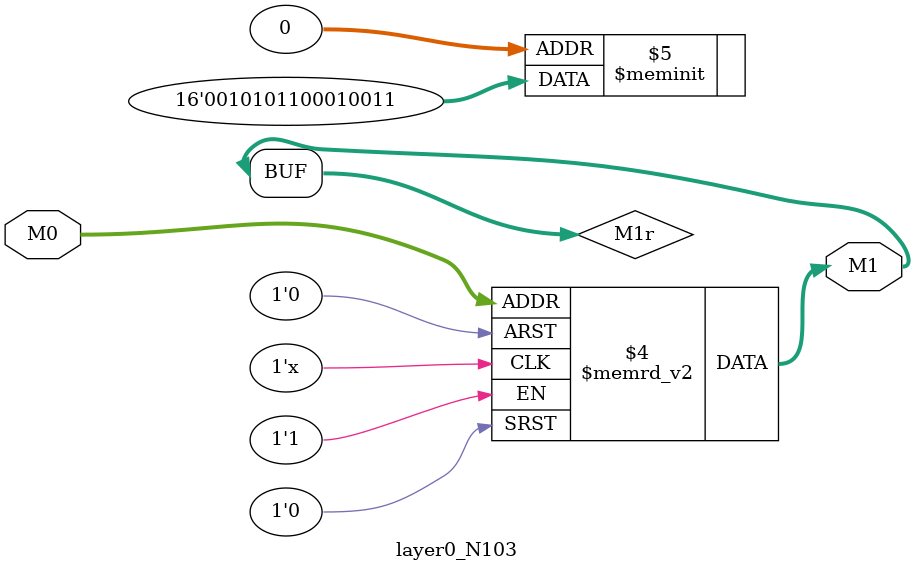
<source format=v>
module layer0_N103 ( input [2:0] M0, output [1:0] M1 );

	(*rom_style = "distributed" *) reg [1:0] M1r;
	assign M1 = M1r;
	always @ (M0) begin
		case (M0)
			3'b000: M1r = 2'b11;
			3'b100: M1r = 2'b11;
			3'b010: M1r = 2'b01;
			3'b110: M1r = 2'b10;
			3'b001: M1r = 2'b00;
			3'b101: M1r = 2'b10;
			3'b011: M1r = 2'b00;
			3'b111: M1r = 2'b00;

		endcase
	end
endmodule

</source>
